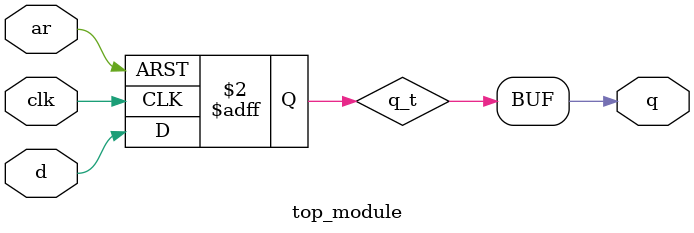
<source format=v>
module top_module (
    input clk,
    input d, 
    input ar,   // asynchronous reset
    output q);
    
    reg q_t;
    
    always @(posedge clk or posedge ar) begin
        if (ar) begin
            q_t <= 1'b0;
        end else begin
            q_t <= d;
        end
    end
    
    assign q = q_t;

endmodule
\
</source>
